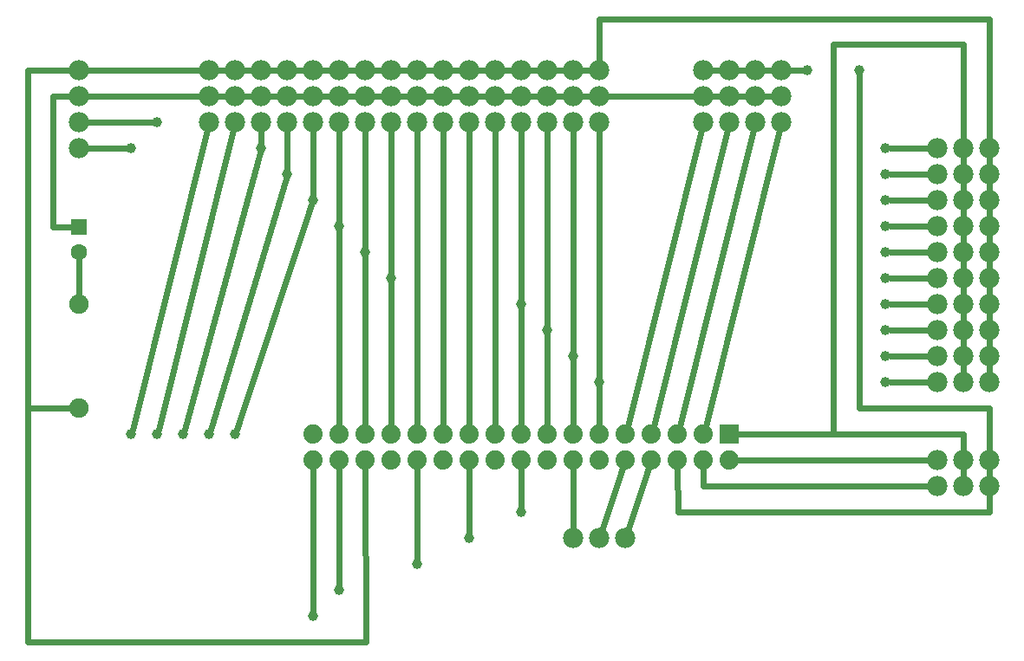
<source format=gbl>
G04 MADE WITH FRITZING*
G04 WWW.FRITZING.ORG*
G04 DOUBLE SIDED*
G04 HOLES PLATED*
G04 CONTOUR ON CENTER OF CONTOUR VECTOR*
%ASAXBY*%
%FSLAX23Y23*%
%MOIN*%
%OFA0B0*%
%SFA1.0B1.0*%
%ADD10C,0.074000*%
%ADD11C,0.078000*%
%ADD12C,0.039370*%
%ADD13C,0.062992*%
%ADD14C,0.075000*%
%ADD15R,0.074000X0.074000*%
%ADD16R,0.062992X0.062992*%
%ADD17C,0.024000*%
%LNCOPPER0*%
G90*
G70*
G54D10*
X2789Y818D03*
X2689Y818D03*
X2589Y818D03*
X2489Y818D03*
X2389Y818D03*
X2289Y818D03*
X2189Y818D03*
X2089Y818D03*
X1989Y818D03*
X1889Y818D03*
X1789Y818D03*
X1689Y818D03*
X1589Y818D03*
X1489Y818D03*
X1389Y818D03*
X1289Y818D03*
X1189Y818D03*
X2789Y918D03*
X2689Y918D03*
X2589Y918D03*
X2489Y918D03*
X2389Y918D03*
X2289Y918D03*
X2189Y918D03*
X2089Y918D03*
X1989Y918D03*
X1889Y918D03*
X1789Y918D03*
X1689Y918D03*
X1589Y918D03*
X1489Y918D03*
X1389Y918D03*
X1289Y918D03*
X1189Y918D03*
G54D11*
X2689Y2318D03*
X2689Y2218D03*
X2689Y2118D03*
X2789Y2318D03*
X2789Y2218D03*
X2789Y2118D03*
X2989Y2318D03*
X2989Y2218D03*
X2989Y2118D03*
X2889Y2318D03*
X2889Y2218D03*
X2889Y2118D03*
X3589Y718D03*
X3689Y718D03*
X3789Y718D03*
X3589Y818D03*
X3689Y818D03*
X3789Y818D03*
X3589Y2018D03*
X3689Y2018D03*
X3789Y2018D03*
X3589Y1918D03*
X3689Y1918D03*
X3789Y1918D03*
X3589Y1818D03*
X3689Y1818D03*
X3789Y1818D03*
X3589Y1718D03*
X3689Y1718D03*
X3789Y1718D03*
X3589Y1618D03*
X3689Y1618D03*
X3789Y1618D03*
X3589Y1518D03*
X3689Y1518D03*
X3789Y1518D03*
X3589Y1418D03*
X3689Y1418D03*
X3789Y1418D03*
X3589Y1318D03*
X3689Y1318D03*
X3789Y1318D03*
X3589Y1218D03*
X3689Y1218D03*
X3789Y1218D03*
X3589Y1118D03*
X3689Y1118D03*
X3789Y1118D03*
X2189Y518D03*
X2289Y518D03*
X2389Y518D03*
X289Y2318D03*
X289Y2218D03*
X289Y2118D03*
X289Y2018D03*
X789Y2318D03*
X789Y2218D03*
X789Y2118D03*
X889Y2318D03*
X889Y2218D03*
X889Y2118D03*
X989Y2318D03*
X989Y2218D03*
X989Y2118D03*
X1089Y2318D03*
X1089Y2218D03*
X1089Y2118D03*
X1189Y2318D03*
X1189Y2218D03*
X1189Y2118D03*
X1289Y2318D03*
X1289Y2218D03*
X1289Y2118D03*
X1389Y2318D03*
X1389Y2218D03*
X1389Y2118D03*
X1489Y2318D03*
X1489Y2218D03*
X1489Y2118D03*
X1589Y2318D03*
X1589Y2218D03*
X1589Y2118D03*
X1689Y2318D03*
X1689Y2218D03*
X1689Y2118D03*
X1789Y2318D03*
X1789Y2218D03*
X1789Y2118D03*
X1889Y2318D03*
X1889Y2218D03*
X1889Y2118D03*
X1989Y2318D03*
X1989Y2218D03*
X1989Y2118D03*
X2089Y2318D03*
X2089Y2218D03*
X2089Y2118D03*
X2189Y2318D03*
X2189Y2218D03*
X2189Y2118D03*
X2289Y2318D03*
X2289Y2218D03*
X2289Y2118D03*
G54D12*
X589Y2118D03*
X489Y2018D03*
X1189Y218D03*
X1289Y318D03*
X1589Y418D03*
X1789Y518D03*
X1989Y618D03*
X889Y918D03*
X789Y918D03*
X689Y918D03*
X589Y918D03*
X489Y918D03*
X3289Y2318D03*
X3089Y2318D03*
X2289Y1118D03*
X3389Y1118D03*
X3389Y1218D03*
X3389Y1318D03*
X3389Y1418D03*
X3389Y1518D03*
X3389Y1618D03*
X3389Y1718D03*
X3389Y1818D03*
X3389Y1918D03*
X3389Y2018D03*
X2189Y1218D03*
X2089Y1318D03*
X1989Y1418D03*
X1489Y1518D03*
X1389Y1618D03*
X1289Y1718D03*
X1189Y1818D03*
X1089Y1918D03*
X989Y2018D03*
G54D13*
X289Y1716D03*
X289Y1618D03*
G54D14*
X289Y1418D03*
X289Y1018D03*
G54D15*
X2789Y918D03*
G54D16*
X289Y1716D03*
G54D17*
X859Y2218D02*
X819Y2218D01*
D02*
X959Y2218D02*
X919Y2218D01*
D02*
X1059Y2218D02*
X1019Y2218D01*
D02*
X1159Y2218D02*
X1119Y2218D01*
D02*
X1259Y2218D02*
X1219Y2218D01*
D02*
X1359Y2218D02*
X1319Y2218D01*
D02*
X1459Y2218D02*
X1419Y2218D01*
D02*
X1559Y2218D02*
X1519Y2218D01*
D02*
X1659Y2218D02*
X1619Y2218D01*
D02*
X1759Y2218D02*
X1719Y2218D01*
D02*
X1859Y2218D02*
X1819Y2218D01*
D02*
X1959Y2218D02*
X1919Y2218D01*
D02*
X2059Y2218D02*
X2019Y2218D01*
D02*
X2159Y2218D02*
X2119Y2218D01*
D02*
X2259Y2218D02*
X2219Y2218D01*
D02*
X2219Y2318D02*
X2259Y2318D01*
D02*
X2119Y2318D02*
X2159Y2318D01*
D02*
X2019Y2318D02*
X2059Y2318D01*
D02*
X1919Y2318D02*
X1959Y2318D01*
D02*
X1819Y2318D02*
X1859Y2318D01*
D02*
X1719Y2318D02*
X1759Y2318D01*
D02*
X1619Y2318D02*
X1659Y2318D01*
D02*
X1519Y2318D02*
X1559Y2318D01*
D02*
X1419Y2318D02*
X1459Y2318D01*
D02*
X1319Y2318D02*
X1359Y2318D01*
D02*
X1119Y2318D02*
X1159Y2318D01*
D02*
X1219Y2318D02*
X1259Y2318D01*
D02*
X1019Y2318D02*
X1059Y2318D01*
D02*
X919Y2318D02*
X959Y2318D01*
D02*
X819Y2318D02*
X859Y2318D01*
D02*
X1889Y2088D02*
X1889Y949D01*
D02*
X1789Y2088D02*
X1789Y949D01*
D02*
X1689Y2088D02*
X1689Y949D01*
D02*
X1589Y2088D02*
X1589Y949D01*
D02*
X319Y2318D02*
X759Y2318D01*
D02*
X319Y2218D02*
X759Y2218D01*
D02*
X1989Y637D02*
X1989Y787D01*
D02*
X1789Y537D02*
X1789Y787D01*
D02*
X1589Y437D02*
X1589Y787D01*
D02*
X1289Y337D02*
X1289Y787D01*
D02*
X1189Y237D02*
X1189Y787D01*
D02*
X882Y2089D02*
X594Y936D01*
D02*
X782Y2089D02*
X494Y936D01*
D02*
X319Y2118D02*
X570Y2118D01*
D02*
X319Y2018D02*
X470Y2018D01*
D02*
X92Y1018D02*
X92Y117D01*
D02*
X92Y2318D02*
X92Y1018D01*
D02*
X92Y117D02*
X1392Y117D01*
D02*
X1392Y117D02*
X1389Y787D01*
D02*
X259Y2318D02*
X91Y2318D01*
D02*
X2379Y788D02*
X2299Y546D01*
D02*
X2479Y788D02*
X2399Y546D01*
D02*
X3689Y1948D02*
X3689Y1988D01*
D02*
X3689Y1848D02*
X3689Y1888D01*
D02*
X3689Y1748D02*
X3689Y1788D01*
D02*
X3689Y1648D02*
X3689Y1688D01*
D02*
X3689Y1548D02*
X3689Y1588D01*
D02*
X3689Y1448D02*
X3689Y1488D01*
D02*
X3689Y1348D02*
X3689Y1388D01*
D02*
X3689Y1248D02*
X3689Y1288D01*
D02*
X3689Y1148D02*
X3689Y1188D01*
D02*
X3790Y2515D02*
X2287Y2515D01*
D02*
X2287Y2515D02*
X2289Y2348D01*
D02*
X3789Y2048D02*
X3790Y2515D01*
D02*
X3789Y1948D02*
X3789Y1988D01*
D02*
X3789Y1848D02*
X3789Y1888D01*
D02*
X3789Y1748D02*
X3789Y1788D01*
D02*
X3789Y1648D02*
X3789Y1688D01*
D02*
X3789Y1548D02*
X3789Y1588D01*
D02*
X3789Y1448D02*
X3789Y1488D01*
D02*
X3789Y1348D02*
X3789Y1388D01*
D02*
X3789Y1248D02*
X3789Y1288D01*
D02*
X3789Y1148D02*
X3789Y1188D01*
D02*
X3790Y618D02*
X2591Y618D01*
D02*
X2591Y618D02*
X2590Y787D01*
D02*
X3789Y688D02*
X3790Y618D01*
D02*
X3789Y788D02*
X3789Y748D01*
D02*
X2759Y2218D02*
X2719Y2218D01*
D02*
X2859Y2218D02*
X2819Y2218D01*
D02*
X2959Y2218D02*
X2919Y2218D01*
D02*
X3689Y748D02*
X3689Y788D01*
D02*
X2687Y719D02*
X3559Y718D01*
D02*
X2688Y787D02*
X2687Y719D01*
D02*
X2820Y818D02*
X3559Y818D01*
D02*
X3188Y2419D02*
X3689Y2419D01*
D02*
X3689Y2419D02*
X3689Y2048D01*
D02*
X3188Y917D02*
X3188Y2419D01*
D02*
X3689Y917D02*
X3689Y848D01*
D02*
X3188Y917D02*
X3689Y917D01*
D02*
X2820Y918D02*
X3188Y917D01*
D02*
X2682Y2089D02*
X2397Y948D01*
D02*
X2782Y2089D02*
X2497Y948D01*
D02*
X2882Y2089D02*
X2597Y948D01*
D02*
X2982Y2089D02*
X2697Y948D01*
D02*
X2319Y2218D02*
X2659Y2218D01*
D02*
X3289Y1018D02*
X3790Y1018D01*
D02*
X3790Y1018D02*
X3789Y848D01*
D02*
X3289Y2299D02*
X3289Y1018D01*
D02*
X2759Y2318D02*
X2719Y2318D01*
D02*
X2859Y2318D02*
X2819Y2318D01*
D02*
X2959Y2318D02*
X2919Y2318D01*
D02*
X3070Y2318D02*
X3019Y2318D01*
D02*
X2289Y1099D02*
X2289Y949D01*
D02*
X2289Y2088D02*
X2289Y1137D01*
D02*
X3559Y1118D02*
X3408Y1118D01*
D02*
X3559Y1218D02*
X3408Y1218D01*
D02*
X3559Y1318D02*
X3408Y1318D01*
D02*
X3559Y1418D02*
X3408Y1418D01*
D02*
X3559Y1518D02*
X3408Y1518D01*
D02*
X3559Y1618D02*
X3408Y1618D01*
D02*
X3559Y1718D02*
X3408Y1718D01*
D02*
X3559Y1818D02*
X3408Y1818D01*
D02*
X3559Y1918D02*
X3408Y1918D01*
D02*
X3559Y2018D02*
X3408Y2018D01*
D02*
X2189Y1199D02*
X2189Y949D01*
D02*
X2089Y1299D02*
X2089Y949D01*
D02*
X1989Y1399D02*
X1989Y949D01*
D02*
X1989Y2088D02*
X1989Y1437D01*
D02*
X2089Y2088D02*
X2089Y1337D01*
D02*
X2189Y2088D02*
X2189Y1237D01*
D02*
X1489Y1499D02*
X1489Y949D01*
D02*
X1489Y1537D02*
X1489Y2088D01*
D02*
X1389Y1599D02*
X1389Y949D01*
D02*
X1389Y1637D02*
X1389Y2088D01*
D02*
X1289Y1699D02*
X1289Y949D01*
D02*
X1289Y1737D02*
X1289Y2088D01*
D02*
X989Y2037D02*
X989Y2088D01*
D02*
X1089Y1937D02*
X1089Y2088D01*
D02*
X1189Y1837D02*
X1189Y2088D01*
D02*
X694Y936D02*
X984Y2000D01*
D02*
X795Y936D02*
X1084Y1900D01*
D02*
X895Y936D02*
X1183Y1800D01*
D02*
X92Y1018D02*
X261Y1018D01*
D02*
X289Y1446D02*
X289Y1591D01*
D02*
X187Y1716D02*
X262Y1716D01*
D02*
X187Y2217D02*
X187Y1716D01*
D02*
X259Y2218D02*
X187Y2217D01*
D02*
X2189Y787D02*
X2189Y548D01*
G04 End of Copper0*
M02*
</source>
